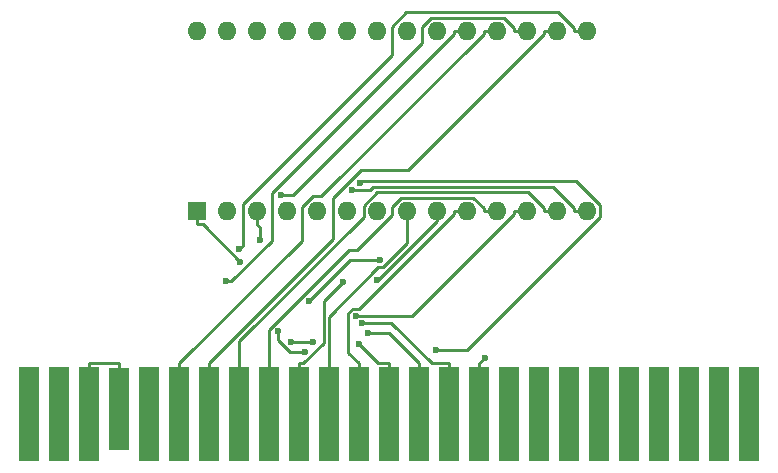
<source format=gbr>
G04 #@! TF.FileFunction,Copper,L1,Top,Signal*
%FSLAX46Y46*%
G04 Gerber Fmt 4.6, Leading zero omitted, Abs format (unit mm)*
G04 Created by KiCad (PCBNEW 4.0.7) date 09/12/18 02:46:14*
%MOMM*%
%LPD*%
G01*
G04 APERTURE LIST*
%ADD10C,0.100000*%
%ADD11R,1.800000X8.000000*%
%ADD12R,1.800000X7.000000*%
%ADD13R,1.600000X1.600000*%
%ADD14O,1.600000X1.600000*%
%ADD15C,0.600000*%
%ADD16C,0.250000*%
%ADD17C,0.254000*%
G04 APERTURE END LIST*
D10*
D11*
X180240840Y-108151440D03*
X177700840Y-108151440D03*
X175160840Y-108151440D03*
X172620840Y-108151440D03*
X170080840Y-108151440D03*
X167540840Y-108151440D03*
X165000840Y-108151440D03*
X162460840Y-108151440D03*
X159920840Y-108151440D03*
X157380840Y-108151440D03*
X154840840Y-108151440D03*
X152300840Y-108151440D03*
X149760840Y-108151440D03*
X147220840Y-108151440D03*
X144680840Y-108151440D03*
X142140840Y-108151440D03*
X139600840Y-108151440D03*
X137060840Y-108151440D03*
X134520840Y-108151440D03*
X131980840Y-108151440D03*
X129440840Y-108151440D03*
D12*
X126895760Y-107658680D03*
D11*
X124360840Y-108151440D03*
X121820840Y-108151440D03*
X119280840Y-108151440D03*
D13*
X133477000Y-90932000D03*
D14*
X166497000Y-75692000D03*
X136017000Y-90932000D03*
X163957000Y-75692000D03*
X138557000Y-90932000D03*
X161417000Y-75692000D03*
X141097000Y-90932000D03*
X158877000Y-75692000D03*
X143637000Y-90932000D03*
X156337000Y-75692000D03*
X146177000Y-90932000D03*
X153797000Y-75692000D03*
X148717000Y-90932000D03*
X151257000Y-75692000D03*
X151257000Y-90932000D03*
X148717000Y-75692000D03*
X153797000Y-90932000D03*
X146177000Y-75692000D03*
X156337000Y-90932000D03*
X143637000Y-75692000D03*
X158877000Y-90932000D03*
X141097000Y-75692000D03*
X161417000Y-90932000D03*
X138557000Y-75692000D03*
X163957000Y-90932000D03*
X136017000Y-75692000D03*
X166497000Y-90932000D03*
X133477000Y-75692000D03*
D15*
X157833000Y-103373900D03*
X138842900Y-93340000D03*
X143008900Y-98512000D03*
X148957300Y-95065600D03*
X147487800Y-100409300D03*
X147327600Y-88511100D03*
X153698400Y-102666100D03*
X147938100Y-101283000D03*
X137154600Y-95215900D03*
X140372900Y-101109100D03*
X142602400Y-102833600D03*
X147174300Y-102217700D03*
X148748900Y-96732100D03*
X145865400Y-96922400D03*
X146932600Y-99832500D03*
X143319100Y-102009500D03*
X141460900Y-102009500D03*
X137087900Y-94170300D03*
X135948900Y-96861500D03*
X140591000Y-89592000D03*
X146600600Y-89136500D03*
D16*
X157380800Y-108151400D02*
X157380800Y-103826100D01*
X157833000Y-103373900D02*
X157380800Y-103826100D01*
X138842900Y-92343200D02*
X138842900Y-93340000D01*
X138557000Y-92057300D02*
X138842900Y-92343200D01*
X146455300Y-95065600D02*
X143008900Y-98512000D01*
X148957300Y-95065600D02*
X146455300Y-95065600D01*
X138557000Y-90932000D02*
X138557000Y-92057300D01*
X154840800Y-108151400D02*
X154840800Y-103826100D01*
X149929700Y-100409300D02*
X147487800Y-100409300D01*
X153346500Y-103826100D02*
X149929700Y-100409300D01*
X154840800Y-103826100D02*
X153346500Y-103826100D01*
X147475700Y-88363000D02*
X147327600Y-88511100D01*
X165554700Y-88363000D02*
X147475700Y-88363000D01*
X167623900Y-90432200D02*
X165554700Y-88363000D01*
X167623900Y-91425200D02*
X167623900Y-90432200D01*
X156383000Y-102666100D02*
X167623900Y-91425200D01*
X153698400Y-102666100D02*
X156383000Y-102666100D01*
X152300800Y-108151400D02*
X152300800Y-103826100D01*
X149757700Y-101283000D02*
X147938100Y-101283000D01*
X152300800Y-103826100D02*
X149757700Y-101283000D01*
X133996000Y-92057300D02*
X137154600Y-95215900D01*
X133477000Y-92057300D02*
X133996000Y-92057300D01*
X141364200Y-102833600D02*
X142602400Y-102833600D01*
X140372900Y-101842300D02*
X141364200Y-102833600D01*
X140372900Y-101109100D02*
X140372900Y-101842300D01*
X148782700Y-103826100D02*
X149760800Y-103826100D01*
X147174300Y-102217700D02*
X148782700Y-103826100D01*
X149760800Y-108151400D02*
X149760800Y-103826100D01*
X133477000Y-90932000D02*
X133477000Y-92057300D01*
X148748900Y-96732000D02*
X148748900Y-96732100D01*
X148812200Y-96732000D02*
X148748900Y-96732000D01*
X153797000Y-91747200D02*
X148812200Y-96732000D01*
X153797000Y-90932000D02*
X153797000Y-91747200D01*
X156337000Y-90932000D02*
X155211700Y-90932000D01*
X147220800Y-108151400D02*
X147220800Y-103826100D01*
X146299200Y-102904500D02*
X147220800Y-103826100D01*
X146299200Y-99581600D02*
X146299200Y-102904500D01*
X146673600Y-99207200D02*
X146299200Y-99581600D01*
X147217800Y-99207200D02*
X146673600Y-99207200D01*
X155211700Y-91213300D02*
X147217800Y-99207200D01*
X155211700Y-90932000D02*
X155211700Y-91213300D01*
X144680800Y-108151400D02*
X144680800Y-103826100D01*
X151257000Y-93650300D02*
X151257000Y-90932000D01*
X149216400Y-95690900D02*
X151257000Y-93650300D01*
X148847200Y-95690900D02*
X149216400Y-95690900D01*
X144680800Y-99857300D02*
X148847200Y-95690900D01*
X144680800Y-103826100D02*
X144680800Y-99857300D01*
X142140800Y-108151400D02*
X142140800Y-103826100D01*
X144212700Y-98575100D02*
X145865400Y-96922400D01*
X144212700Y-102107700D02*
X144212700Y-98575100D01*
X142494300Y-103826100D02*
X144212700Y-102107700D01*
X142140800Y-103826100D02*
X142494300Y-103826100D01*
X161417000Y-90932000D02*
X160291700Y-90932000D01*
X146981100Y-99784000D02*
X146932600Y-99832500D01*
X151721000Y-99784000D02*
X146981100Y-99784000D01*
X160291700Y-91213300D02*
X151721000Y-99784000D01*
X160291700Y-90932000D02*
X160291700Y-91213300D01*
X143319100Y-102009500D02*
X141460900Y-102009500D01*
X158877000Y-90932000D02*
X157751700Y-90932000D01*
X139600800Y-108151400D02*
X139600800Y-103826100D01*
X139600800Y-100996900D02*
X139600800Y-103826100D01*
X146364300Y-94233400D02*
X139600800Y-100996900D01*
X147011500Y-94233400D02*
X146364300Y-94233400D01*
X149987000Y-91257900D02*
X147011500Y-94233400D01*
X149987000Y-90559100D02*
X149987000Y-91257900D01*
X150753400Y-89792700D02*
X149987000Y-90559100D01*
X156893700Y-89792700D02*
X150753400Y-89792700D01*
X157751700Y-90650700D02*
X156893700Y-89792700D01*
X157751700Y-90932000D02*
X157751700Y-90650700D01*
X137353900Y-93904300D02*
X137087900Y-94170300D01*
X137353900Y-90334900D02*
X137353900Y-93904300D01*
X149987000Y-77701800D02*
X137353900Y-90334900D01*
X149987000Y-75331500D02*
X149987000Y-77701800D01*
X151220400Y-74098100D02*
X149987000Y-75331500D01*
X164059100Y-74098100D02*
X151220400Y-74098100D01*
X165371700Y-75410700D02*
X164059100Y-74098100D01*
X165371700Y-75692000D02*
X165371700Y-75410700D01*
X166497000Y-75692000D02*
X165371700Y-75692000D01*
X137060800Y-101923000D02*
X137060800Y-108151400D01*
X147591600Y-91392200D02*
X137060800Y-101923000D01*
X147591600Y-90465800D02*
X147591600Y-91392200D01*
X148731500Y-89325900D02*
X147591600Y-90465800D01*
X161506900Y-89325900D02*
X148731500Y-89325900D01*
X162831700Y-90650700D02*
X161506900Y-89325900D01*
X162831700Y-90932000D02*
X162831700Y-90650700D01*
X163957000Y-90932000D02*
X162831700Y-90932000D01*
X161417000Y-75692000D02*
X160291700Y-75692000D01*
X160291700Y-75410700D02*
X160291700Y-75692000D01*
X159441600Y-74560600D02*
X160291700Y-75410700D01*
X153305200Y-74560600D02*
X159441600Y-74560600D01*
X152527000Y-75338800D02*
X153305200Y-74560600D01*
X152527000Y-76723200D02*
X152527000Y-75338800D01*
X139827000Y-89423200D02*
X152527000Y-76723200D01*
X139827000Y-93427900D02*
X139827000Y-89423200D01*
X136393400Y-96861500D02*
X139827000Y-93427900D01*
X135948900Y-96861500D02*
X136393400Y-96861500D01*
X163957000Y-75692000D02*
X162831700Y-75692000D01*
X134520800Y-108151400D02*
X134520800Y-103826100D01*
X145016200Y-93330700D02*
X134520800Y-103826100D01*
X145016200Y-89800900D02*
X145016200Y-93330700D01*
X147348800Y-87468300D02*
X145016200Y-89800900D01*
X151336800Y-87468300D02*
X147348800Y-87468300D01*
X162831700Y-75973400D02*
X151336800Y-87468300D01*
X162831700Y-75692000D02*
X162831700Y-75973400D01*
X141593000Y-89592000D02*
X140591000Y-89592000D01*
X155211700Y-75973300D02*
X141593000Y-89592000D01*
X155211700Y-75692000D02*
X155211700Y-75973300D01*
X156337000Y-75692000D02*
X155211700Y-75692000D01*
X158877000Y-75692000D02*
X157751700Y-75692000D01*
X131980800Y-108151400D02*
X131980800Y-103826100D01*
X157751700Y-75910400D02*
X157751700Y-75692000D01*
X143999400Y-89662700D02*
X157751700Y-75910400D01*
X143302000Y-89662700D02*
X143999400Y-89662700D01*
X142367000Y-90597700D02*
X143302000Y-89662700D01*
X142367000Y-93439900D02*
X142367000Y-90597700D01*
X131980800Y-103826100D02*
X142367000Y-93439900D01*
X148146800Y-89136500D02*
X146600600Y-89136500D01*
X148407800Y-88875500D02*
X148146800Y-89136500D01*
X163596500Y-88875500D02*
X148407800Y-88875500D01*
X165371700Y-90650700D02*
X163596500Y-88875500D01*
X165371700Y-90932000D02*
X165371700Y-90650700D01*
X166497000Y-90932000D02*
X165371700Y-90932000D01*
X126888500Y-103826100D02*
X126895800Y-103833400D01*
X124360800Y-103826100D02*
X126888500Y-103826100D01*
X124360800Y-108151400D02*
X124360800Y-103826100D01*
X126895800Y-107658700D02*
X126895800Y-103833400D01*
D17*
G36*
X166624000Y-90805000D02*
X166644000Y-90805000D01*
X166644000Y-91059000D01*
X166624000Y-91059000D01*
X166624000Y-91079000D01*
X166370000Y-91079000D01*
X166370000Y-91059000D01*
X166350000Y-91059000D01*
X166350000Y-90805000D01*
X166370000Y-90805000D01*
X166370000Y-90785000D01*
X166624000Y-90785000D01*
X166624000Y-90805000D01*
X166624000Y-90805000D01*
G37*
X166624000Y-90805000D02*
X166644000Y-90805000D01*
X166644000Y-91059000D01*
X166624000Y-91059000D01*
X166624000Y-91079000D01*
X166370000Y-91079000D01*
X166370000Y-91059000D01*
X166350000Y-91059000D01*
X166350000Y-90805000D01*
X166370000Y-90805000D01*
X166370000Y-90785000D01*
X166624000Y-90785000D01*
X166624000Y-90805000D01*
M02*

</source>
